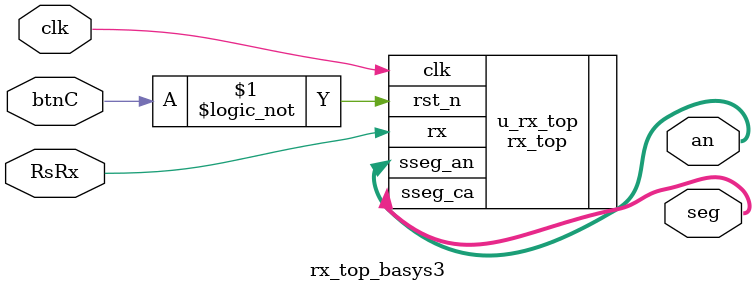
<source format=sv>
module rx_top_basys3 #(
)(
  input wire clk,
  input wire btnC,
  input wire RsRx,
  output wire [3:0] an,
  output wire [6:0] seg

);
rx_top u_rx_top (
    .clk(clk),
    .rst_n(!btnC),
    .rx(RsRx),
    .sseg_an(an),
    .sseg_ca(seg)
);



endmodule

</source>
